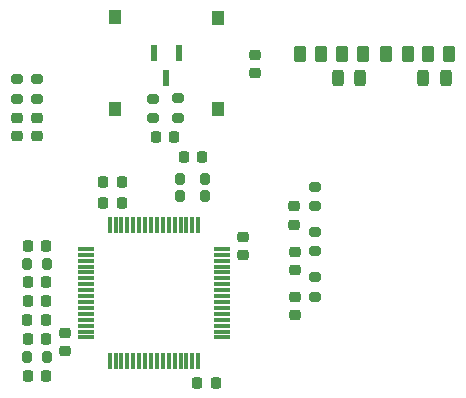
<source format=gbr>
%TF.GenerationSoftware,KiCad,Pcbnew,9.0.0*%
%TF.CreationDate,2025-03-07T07:18:05+07:00*%
%TF.ProjectId,MCU,4d43552e-6b69-4636-9164-5f7063625858,rev?*%
%TF.SameCoordinates,Original*%
%TF.FileFunction,Paste,Top*%
%TF.FilePolarity,Positive*%
%FSLAX46Y46*%
G04 Gerber Fmt 4.6, Leading zero omitted, Abs format (unit mm)*
G04 Created by KiCad (PCBNEW 9.0.0) date 2025-03-07 07:18:05*
%MOMM*%
%LPD*%
G01*
G04 APERTURE LIST*
G04 Aperture macros list*
%AMRoundRect*
0 Rectangle with rounded corners*
0 $1 Rounding radius*
0 $2 $3 $4 $5 $6 $7 $8 $9 X,Y pos of 4 corners*
0 Add a 4 corners polygon primitive as box body*
4,1,4,$2,$3,$4,$5,$6,$7,$8,$9,$2,$3,0*
0 Add four circle primitives for the rounded corners*
1,1,$1+$1,$2,$3*
1,1,$1+$1,$4,$5*
1,1,$1+$1,$6,$7*
1,1,$1+$1,$8,$9*
0 Add four rect primitives between the rounded corners*
20,1,$1+$1,$2,$3,$4,$5,0*
20,1,$1+$1,$4,$5,$6,$7,0*
20,1,$1+$1,$6,$7,$8,$9,0*
20,1,$1+$1,$8,$9,$2,$3,0*%
G04 Aperture macros list end*
%ADD10RoundRect,0.200000X0.275000X-0.200000X0.275000X0.200000X-0.275000X0.200000X-0.275000X-0.200000X0*%
%ADD11RoundRect,0.225000X0.250000X-0.225000X0.250000X0.225000X-0.250000X0.225000X-0.250000X-0.225000X0*%
%ADD12RoundRect,0.200000X-0.200000X0.300000X-0.200000X-0.300000X0.200000X-0.300000X0.200000X0.300000X0*%
%ADD13R,1.000000X1.250000*%
%ADD14RoundRect,0.225000X-0.250000X0.225000X-0.250000X-0.225000X0.250000X-0.225000X0.250000X0.225000X0*%
%ADD15RoundRect,0.250000X-0.262500X-0.450000X0.262500X-0.450000X0.262500X0.450000X-0.262500X0.450000X0*%
%ADD16RoundRect,0.225000X0.225000X0.250000X-0.225000X0.250000X-0.225000X-0.250000X0.225000X-0.250000X0*%
%ADD17RoundRect,0.225000X-0.225000X-0.250000X0.225000X-0.250000X0.225000X0.250000X-0.225000X0.250000X0*%
%ADD18RoundRect,0.200000X-0.200000X-0.275000X0.200000X-0.275000X0.200000X0.275000X-0.200000X0.275000X0*%
%ADD19RoundRect,0.243750X-0.243750X-0.456250X0.243750X-0.456250X0.243750X0.456250X-0.243750X0.456250X0*%
%ADD20R,0.300000X1.475000*%
%ADD21R,1.475000X0.300000*%
%ADD22R,0.600000X1.350000*%
G04 APERTURE END LIST*
D10*
%TO.C,R37*%
X141350000Y-92210000D03*
X141350000Y-90560000D03*
%TD*%
D11*
%TO.C,C40*%
X116120000Y-82425000D03*
X116120000Y-80875000D03*
%TD*%
D12*
%TO.C,Y2*%
X132070000Y-86080000D03*
X129970000Y-86080000D03*
X129970000Y-87480000D03*
X132070000Y-87480000D03*
%TD*%
D13*
%TO.C,SW1*%
X133130000Y-80185000D03*
X133130000Y-72435000D03*
%TD*%
D14*
%TO.C,C9*%
X120170000Y-99100000D03*
X120170000Y-100650000D03*
%TD*%
D11*
%TO.C,C7*%
X135290000Y-92500000D03*
X135290000Y-90950000D03*
%TD*%
%TO.C,C37*%
X139670000Y-97610000D03*
X139670000Y-96060000D03*
%TD*%
D15*
%TO.C,R30*%
X140097500Y-75510000D03*
X141922500Y-75510000D03*
%TD*%
D16*
%TO.C,C8*%
X125005000Y-88080000D03*
X123455000Y-88080000D03*
%TD*%
D17*
%TO.C,C19*%
X127905000Y-82510000D03*
X129455000Y-82510000D03*
%TD*%
D11*
%TO.C,C36*%
X139650000Y-93820000D03*
X139650000Y-92270000D03*
%TD*%
D16*
%TO.C,C10*%
X131835000Y-84230000D03*
X130285000Y-84230000D03*
%TD*%
%TO.C,C29*%
X125005000Y-86290000D03*
X123455000Y-86290000D03*
%TD*%
D18*
%TO.C,L3*%
X116995000Y-93290000D03*
X118645000Y-93290000D03*
%TD*%
D17*
%TO.C,C16*%
X117055000Y-91730000D03*
X118605000Y-91730000D03*
%TD*%
D15*
%TO.C,R35*%
X150900000Y-75500000D03*
X152725000Y-75500000D03*
%TD*%
D17*
%TO.C,C6*%
X131415000Y-103340000D03*
X132965000Y-103340000D03*
%TD*%
D14*
%TO.C,C30*%
X136280000Y-75565000D03*
X136280000Y-77115000D03*
%TD*%
D19*
%TO.C,D5*%
X150550000Y-77550000D03*
X152425000Y-77550000D03*
%TD*%
%TO.C,D4*%
X143300000Y-77550000D03*
X145175000Y-77550000D03*
%TD*%
D16*
%TO.C,C17*%
X118585000Y-94830000D03*
X117035000Y-94830000D03*
%TD*%
D20*
%TO.C,IC1*%
X131488000Y-90000000D03*
X130988000Y-90000000D03*
X130488000Y-90000000D03*
X129988000Y-90000000D03*
X129488000Y-90000000D03*
X128988000Y-90000000D03*
X128488000Y-90000000D03*
X127988000Y-90000000D03*
X127488000Y-90000000D03*
X126988000Y-90000000D03*
X126488000Y-90000000D03*
X125988000Y-90000000D03*
X125488000Y-90000000D03*
X124988000Y-90000000D03*
X124488000Y-90000000D03*
X123988000Y-90000000D03*
D21*
X122000000Y-91988000D03*
X122000000Y-92488000D03*
X122000000Y-92988000D03*
X122000000Y-93488000D03*
X122000000Y-93988000D03*
X122000000Y-94488000D03*
X122000000Y-94988000D03*
X122000000Y-95488000D03*
X122000000Y-95988000D03*
X122000000Y-96488000D03*
X122000000Y-96988000D03*
X122000000Y-97488000D03*
X122000000Y-97988000D03*
X122000000Y-98488000D03*
X122000000Y-98988000D03*
X122000000Y-99488000D03*
D20*
X123988000Y-101476000D03*
X124488000Y-101476000D03*
X124988000Y-101476000D03*
X125488000Y-101476000D03*
X125988000Y-101476000D03*
X126488000Y-101476000D03*
X126988000Y-101476000D03*
X127488000Y-101476000D03*
X127988000Y-101476000D03*
X128488000Y-101476000D03*
X128988000Y-101476000D03*
X129488000Y-101476000D03*
X129988000Y-101476000D03*
X130488000Y-101476000D03*
X130988000Y-101476000D03*
X131488000Y-101476000D03*
D21*
X133476000Y-99488000D03*
X133476000Y-98988000D03*
X133476000Y-98488000D03*
X133476000Y-97988000D03*
X133476000Y-97488000D03*
X133476000Y-96988000D03*
X133476000Y-96488000D03*
X133476000Y-95988000D03*
X133476000Y-95488000D03*
X133476000Y-94988000D03*
X133476000Y-94488000D03*
X133476000Y-93988000D03*
X133476000Y-93488000D03*
X133476000Y-92988000D03*
X133476000Y-92488000D03*
X133476000Y-91988000D03*
%TD*%
D10*
%TO.C,R38*%
X141360000Y-96040000D03*
X141360000Y-94390000D03*
%TD*%
D15*
%TO.C,R34*%
X147397500Y-75510000D03*
X149222500Y-75510000D03*
%TD*%
D10*
%TO.C,R32*%
X116120000Y-79260000D03*
X116120000Y-77610000D03*
%TD*%
%TO.C,R28*%
X127620000Y-80910000D03*
X127620000Y-79260000D03*
%TD*%
%TO.C,R36*%
X141350000Y-88400000D03*
X141350000Y-86750000D03*
%TD*%
D16*
%TO.C,C14*%
X118585000Y-99580000D03*
X117035000Y-99580000D03*
%TD*%
D11*
%TO.C,C35*%
X139620000Y-89945000D03*
X139620000Y-88395000D03*
%TD*%
D22*
%TO.C,IC2*%
X129820000Y-75405000D03*
X127720000Y-75405000D03*
X128770000Y-77505000D03*
%TD*%
D15*
%TO.C,R31*%
X143650000Y-75510000D03*
X145475000Y-75510000D03*
%TD*%
D10*
%TO.C,R29*%
X129780000Y-80905000D03*
X129780000Y-79255000D03*
%TD*%
D13*
%TO.C,SW2*%
X124400000Y-72360000D03*
X124400000Y-80110000D03*
%TD*%
D16*
%TO.C,C18*%
X118585000Y-96390000D03*
X117035000Y-96390000D03*
%TD*%
D17*
%TO.C,C13*%
X117035000Y-102730000D03*
X118585000Y-102730000D03*
%TD*%
D16*
%TO.C,C15*%
X118575000Y-98000000D03*
X117025000Y-98000000D03*
%TD*%
D10*
%TO.C,R33*%
X117870000Y-79275000D03*
X117870000Y-77625000D03*
%TD*%
D18*
%TO.C,L4*%
X116995000Y-101140000D03*
X118645000Y-101140000D03*
%TD*%
D11*
%TO.C,C34*%
X117820000Y-82425000D03*
X117820000Y-80875000D03*
%TD*%
M02*

</source>
